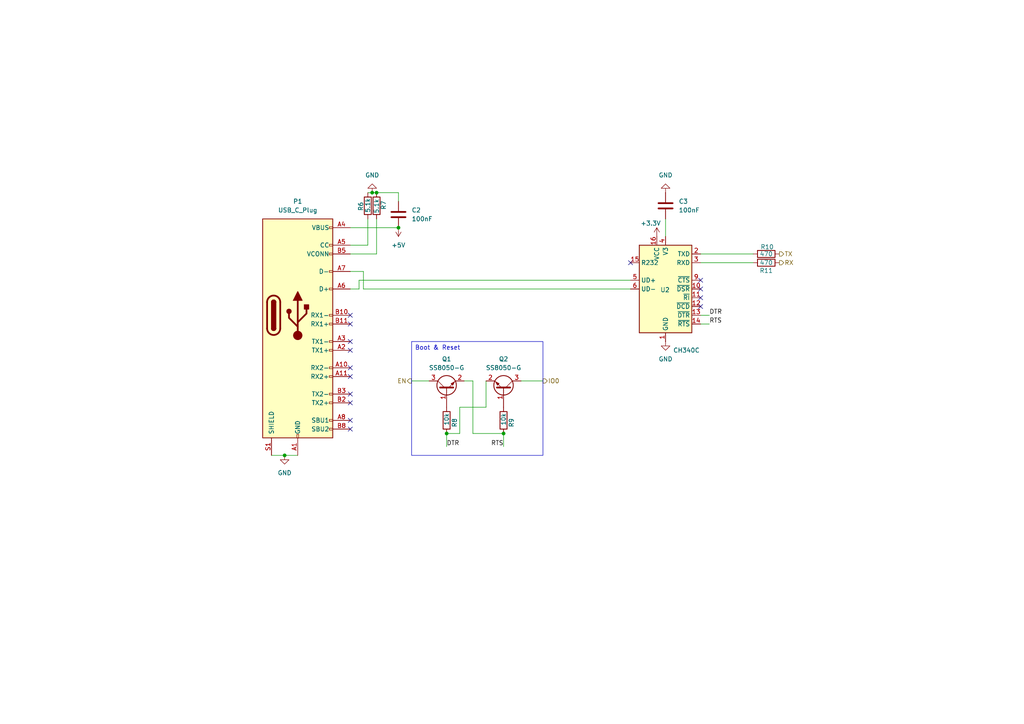
<source format=kicad_sch>
(kicad_sch (version 20231120) (generator "eeschema") (generator_version "8.0")
  (paper "A4")
  (title_block (title "USB-C Serial Port") (date "2024-10-07") (rev "v0.1") (company "DJ-Bauer") (comment 1 "Delivers 5V Power (up to 3A via USB-PD)") (comment 2 "Supports auto reset and boot mode"))
  (lib_symbols
    (symbol "Connector:USB_C_Plug" (pin_names (offset 1.016))
      (property "Reference" "P" (at -10.16 29.21 0))
      (property "Value" "USB_C_Plug" (at 10.16 29.21 0))
      (symbol "USB_C_Plug_0_0"
        (rectangle (start -0.254 -35.56) (end 0.254 -34.544))
        (rectangle (start 10.16 -32.766) (end 9.144 -33.274))
        (rectangle (start 10.16 -30.226) (end 9.144 -30.734))
        (rectangle (start 10.16 -25.146) (end 9.144 -25.654))
        (rectangle (start 10.16 -22.606) (end 9.144 -23.114))
        (rectangle (start 10.16 -17.526) (end 9.144 -18.034))
        (rectangle (start 10.16 -14.986) (end 9.144 -15.494))
        (rectangle (start 10.16 -9.906) (end 9.144 -10.414))
        (rectangle (start 10.16 -7.366) (end 9.144 -7.874))
        (rectangle (start 10.16 -2.286) (end 9.144 -2.794))
        (rectangle (start 10.16 0.254) (end 9.144 -0.254))
        (rectangle (start 10.16 7.874) (end 9.144 7.366))
        (rectangle (start 10.16 12.954) (end 9.144 12.446))
        (rectangle (start 10.16 18.034) (end 9.144 17.526))
        (rectangle (start 10.16 20.574) (end 9.144 20.066))
        (rectangle (start 10.16 25.654) (end 9.144 25.146))
      )
      (symbol "USB_C_Plug_0_1"
        (rectangle (start -10.16 27.94) (end 10.16 -35.56) (stroke (width 0.254)) (fill (type background)))
        (arc (start -8.89 -3.81) (mid -6.985 -5.7067) (end -5.08 -3.81) (stroke (width 0.508)))
        (arc (start -7.62 -3.81) (mid -6.985 -4.4423) (end -6.35 -3.81) (stroke (width 0.254)))
        (arc (start -7.62 -3.81) (mid -6.985 -4.4423) (end -6.35 -3.81) (stroke (width 0.254)) (fill (type outline)))
        (rectangle (start -7.62 -3.81) (end -6.35 3.81) (stroke (width 0.254)) (fill (type outline)))
        (arc (start -6.35 3.81) (mid -6.985 4.4423) (end -7.62 3.81) (stroke (width 0.254)))
        (arc (start -6.35 3.81) (mid -6.985 4.4423) (end -7.62 3.81) (stroke (width 0.254)) (fill (type outline)))
        (arc (start -5.08 3.81) (mid -6.985 5.7067) (end -8.89 3.81) (stroke (width 0.508)))
        (polyline (pts (xy -8.89 -3.81) (xy -8.89 3.81)) (stroke (width 0.508)))
        (polyline (pts (xy -5.08 3.81) (xy -5.08 -3.81)) (stroke (width 0.508)))
      )
      (symbol "USB_C_Plug_1_1"
        (circle (center -2.54 1.143) (radius 0.635) (stroke (width 0.254)) (fill (type outline)))
        (circle (center 0 -5.842) (radius 1.27) (fill (type outline)))
        (polyline (pts (xy 0 -5.842) (xy 0 4.318)) (stroke (width 0.508)))
        (polyline (pts (xy 0 -3.302) (xy -2.54 -0.762) (xy -2.54 0.508)) (stroke (width 0.508)))
        (polyline (pts (xy 0 -2.032) (xy 2.54 0.508) (xy 2.54 1.778)) (stroke (width 0.508)))
        (polyline (pts (xy -1.27 4.318) (xy 0 6.858) (xy 1.27 4.318) (xy -1.27 4.318)) (stroke (width 0.254)) (fill (type outline)))
        (rectangle (start 1.905 1.778) (end 3.175 3.048) (stroke (width 0.254)) (fill (type outline)))
        (pin passive line (at 0 -40.64 90) (length 5.08) (name "GND") (number "A1"))
        (pin bidirectional line (at 15.24 -15.24 180) (length 5.08) (name "RX2-") (number "A10"))
        (pin bidirectional line (at 15.24 -17.78 180) (length 5.08) (name "RX2+") (number "A11"))
        (pin passive line (at 0 -40.64 90) (length 5.08) hide (name "GND") (number "A12"))
        (pin bidirectional line (at 15.24 -10.16 180) (length 5.08) (name "TX1+") (number "A2"))
        (pin bidirectional line (at 15.24 -7.62 180) (length 5.08) (name "TX1-") (number "A3"))
        (pin passive line (at 15.24 25.4 180) (length 5.08) (name "VBUS") (number "A4"))
        (pin bidirectional line (at 15.24 20.32 180) (length 5.08) (name "CC") (number "A5"))
        (pin bidirectional line (at 15.24 7.62 180) (length 5.08) (name "D+") (number "A6"))
        (pin bidirectional line (at 15.24 12.7 180) (length 5.08) (name "D-") (number "A7"))
        (pin bidirectional line (at 15.24 -30.48 180) (length 5.08) (name "SBU1") (number "A8"))
        (pin passive line (at 15.24 25.4 180) (length 5.08) hide (name "VBUS") (number "A9"))
        (pin passive line (at 0 -40.64 90) (length 5.08) hide (name "GND") (number "B1"))
        (pin bidirectional line (at 15.24 0 180) (length 5.08) (name "RX1-") (number "B10"))
        (pin bidirectional line (at 15.24 -2.54 180) (length 5.08) (name "RX1+") (number "B11"))
        (pin passive line (at 0 -40.64 90) (length 5.08) hide (name "GND") (number "B12"))
        (pin bidirectional line (at 15.24 -25.4 180) (length 5.08) (name "TX2+") (number "B2"))
        (pin bidirectional line (at 15.24 -22.86 180) (length 5.08) (name "TX2-") (number "B3"))
        (pin passive line (at 15.24 25.4 180) (length 5.08) hide (name "VBUS") (number "B4"))
        (pin bidirectional line (at 15.24 17.78 180) (length 5.08) (name "VCONN") (number "B5"))
        (pin bidirectional line (at 15.24 -33.02 180) (length 5.08) (name "SBU2") (number "B8"))
        (pin passive line (at 15.24 25.4 180) (length 5.08) hide (name "VBUS") (number "B9"))
        (pin passive line (at -7.62 -40.64 90) (length 5.08) (name "SHIELD") (number "S1"))
      )
    )
    (symbol "Device:C" (pin_numbers hide) (pin_names (offset 0.254))
      (property "Reference" "C" (at 0.635 2.54 0))
      (property "Value" "C" (at 0.635 -2.54 0))
      (symbol "C_0_1"
        (polyline (pts (xy -2.032 -0.762) (xy 2.032 -0.762)) (stroke (width 0.508)))
        (polyline (pts (xy -2.032 0.762) (xy 2.032 0.762)) (stroke (width 0.508)))
      )
      (symbol "C_1_1"
        (pin passive line (at 0 3.81 270) (length 2.794) (name "~") (number "1"))
        (pin passive line (at 0 -3.81 90) (length 2.794) (name "~") (number "2"))
      )
    )
    (symbol "Device:R" (pin_numbers hide) (pin_names (offset 0))
      (property "Reference" "R" (at 2.032 0 90))
      (property "Value" "R" (at 0 0 90))
      (symbol "R_0_1"
        (rectangle (start -1.016 -2.54) (end 1.016 2.54) (stroke (width 0.254)))
      )
      (symbol "R_1_1"
        (pin passive line (at 0 3.81 270) (length 1.27) (name "~") (number "1"))
        (pin passive line (at 0 -3.81 90) (length 1.27) (name "~") (number "2"))
      )
    )
    (symbol "Interface_USB:CH340C"
      (property "Reference" "U" (at -5.08 13.97 0))
      (property "Value" "CH340C" (at 1.27 13.97 0))
      (symbol "CH340C_0_1"
        (rectangle (start -7.62 12.7) (end 7.62 -12.7) (stroke (width 0.254)) (fill (type background)))
      )
      (symbol "CH340C_1_1"
        (pin power_in line (at 0 -15.24 90) (length 2.54) (name "GND") (number "1"))
        (pin input line (at 10.16 0 180) (length 2.54) (name "~{DSR}") (number "10"))
        (pin input line (at 10.16 -2.54 180) (length 2.54) (name "~{RI}") (number "11"))
        (pin input line (at 10.16 -5.08 180) (length 2.54) (name "~{DCD}") (number "12"))
        (pin output line (at 10.16 -7.62 180) (length 2.54) (name "~{DTR}") (number "13"))
        (pin output line (at 10.16 -10.16 180) (length 2.54) (name "~{RTS}") (number "14"))
        (pin input line (at -10.16 7.62 0) (length 2.54) (name "R232") (number "15"))
        (pin power_in line (at -2.54 15.24 270) (length 2.54) (name "VCC") (number "16"))
        (pin output line (at 10.16 10.16 180) (length 2.54) (name "TXD") (number "2"))
        (pin input line (at 10.16 7.62 180) (length 2.54) (name "RXD") (number "3"))
        (pin power_out line (at 0 15.24 270) (length 2.54) (name "V3") (number "4"))
        (pin bidirectional line (at -10.16 2.54 0) (length 2.54) (name "UD+") (number "5"))
        (pin bidirectional line (at -10.16 0 0) (length 2.54) (name "UD-") (number "6"))
        (pin no_connect line (at -7.62 -5.08 0) (length 2.54) hide (name "NC") (number "7"))
        (pin no_connect line (at -7.62 -7.62 0) (length 2.54) hide (name "NC") (number "8"))
        (pin input line (at 10.16 2.54 180) (length 2.54) (name "~{CTS}") (number "9"))
      )
    )
    (symbol "Transistor_BJT:BC817" (pin_names (offset 0) hide)
      (property "Reference" "Q" (at 5.08 1.905 0))
      (property "Value" "BC817" (at 5.08 0 0))
      (symbol "BC817_0_1"
        (polyline (pts (xy 0.635 0.635) (xy 2.54 2.54)))
        (polyline (pts (xy 0.635 -0.635) (xy 2.54 -2.54) (xy 2.54 -2.54)))
        (polyline (pts (xy 0.635 1.905) (xy 0.635 -1.905) (xy 0.635 -1.905)) (stroke (width 0.508)))
        (polyline (pts (xy 1.27 -1.778) (xy 1.778 -1.27) (xy 2.286 -2.286) (xy 1.27 -1.778) (xy 1.27 -1.778)) (fill (type outline)))
        (circle (center 1.27 0) (radius 2.8194) (stroke (width 0.254)))
      )
      (symbol "BC817_1_1"
        (pin input line (at -5.08 0 0) (length 5.715) (name "B") (number "1"))
        (pin passive line (at 2.54 -5.08 90) (length 2.54) (name "E") (number "2"))
        (pin passive line (at 2.54 5.08 270) (length 2.54) (name "C") (number "3"))
      )
    )
    (symbol "power:+3.3V" (power) (pin_numbers hide) (pin_names (offset 0) hide)
      (property "Value" "+3.3V" (at 0 3.556 0))
      (symbol "+3.3V_0_1"
        (polyline (pts (xy -0.762 1.27) (xy 0 2.54)))
        (polyline (pts (xy 0 0) (xy 0 2.54)))
        (polyline (pts (xy 0 2.54) (xy 0.762 1.27)))
      )
      (symbol "+3.3V_1_1"
        (pin power_in line (at 0 0 90) (length 0) (name "~") (number "1"))
      )
    )
    (symbol "power:+5V" (power) (pin_numbers hide) (pin_names (offset 0) hide)
      (property "Value" "+5V" (at 0 3.556 0))
      (symbol "+5V_0_1"
        (polyline (pts (xy -0.762 1.27) (xy 0 2.54)))
        (polyline (pts (xy 0 0) (xy 0 2.54)))
        (polyline (pts (xy 0 2.54) (xy 0.762 1.27)))
      )
      (symbol "+5V_1_1"
        (pin power_in line (at 0 0 90) (length 0) (name "~") (number "1"))
      )
    )
    (symbol "power:GND" (power) (pin_numbers hide) (pin_names (offset 0) hide)
      (property "Value" "GND" (at 0 -3.81 0))
      (symbol "GND_0_1"
        (polyline (pts (xy 0 0) (xy 0 -1.27) (xy 1.27 -1.27) (xy 0 -2.54) (xy -1.27 -1.27) (xy 0 -1.27)))
      )
      (symbol "GND_1_1"
        (pin power_in line (at 0 0 270) (length 0) (name "~") (number "1"))
      )
    )
  )
  (junction (at 146.05 125.73))
  (junction (at 115.57 66.04))
  (junction (at 109.22 55.88))
  (junction (at 82.55 132.08))
  (junction (at 129.54 125.73))
  (junction (at 107.95 55.88))
  (no_connect (at 203.2 88.9))
  (no_connect (at 101.6 116.84))
  (no_connect (at 101.6 106.68))
  (no_connect (at 101.6 99.06))
  (no_connect (at 101.6 124.46))
  (no_connect (at 101.6 109.22))
  (no_connect (at 101.6 121.92))
  (no_connect (at 101.6 101.6))
  (no_connect (at 182.88 76.2))
  (no_connect (at 101.6 114.3))
  (no_connect (at 101.6 91.44))
  (no_connect (at 101.6 93.98))
  (no_connect (at 203.2 81.28))
  (no_connect (at 203.2 86.36))
  (no_connect (at 203.2 83.82))
  (wire (pts (xy 137.16 110.49) (xy 137.16 125.73)))
  (wire (pts (xy 104.14 81.28) (xy 104.14 83.82)))
  (wire (pts (xy 151.13 110.49) (xy 157.48 110.49)))
  (wire (pts (xy 119.38 110.49) (xy 124.46 110.49)))
  (wire (pts (xy 203.2 91.44) (xy 205.74 91.44)))
  (wire (pts (xy 106.68 71.12) (xy 106.68 63.5)))
  (wire (pts (xy 129.54 129.54) (xy 129.54 125.73)))
  (wire (pts (xy 104.14 83.82) (xy 101.6 83.82)))
  (wire (pts (xy 203.2 76.2) (xy 218.44 76.2)))
  (wire (pts (xy 133.35 118.11) (xy 140.97 118.11)))
  (wire (pts (xy 101.6 71.12) (xy 106.68 71.12)))
  (wire (pts (xy 109.22 73.66) (xy 109.22 63.5)))
  (wire (pts (xy 106.68 55.88) (xy 107.95 55.88)))
  (wire (pts (xy 82.55 132.08) (xy 86.36 132.08)))
  (wire (pts (xy 182.88 83.82) (xy 105.41 83.82)))
  (wire (pts (xy 101.6 66.04) (xy 115.57 66.04)))
  (wire (pts (xy 140.97 118.11) (xy 140.97 110.49)))
  (wire (pts (xy 78.74 132.08) (xy 82.55 132.08)))
  (wire (pts (xy 193.04 63.5) (xy 193.04 68.58)))
  (wire (pts (xy 129.54 125.73) (xy 133.35 125.73)))
  (wire (pts (xy 107.95 55.88) (xy 109.22 55.88)))
  (wire (pts (xy 105.41 83.82) (xy 105.41 78.74)))
  (wire (pts (xy 146.05 125.73) (xy 146.05 129.54)))
  (wire (pts (xy 115.57 58.42) (xy 115.57 55.88)))
  (wire (pts (xy 203.2 93.98) (xy 205.74 93.98)))
  (wire (pts (xy 105.41 78.74) (xy 101.6 78.74)))
  (wire (pts (xy 133.35 125.73) (xy 133.35 118.11)))
  (wire (pts (xy 134.62 110.49) (xy 137.16 110.49)))
  (wire (pts (xy 137.16 125.73) (xy 146.05 125.73)))
  (wire (pts (xy 203.2 73.66) (xy 218.44 73.66)))
  (wire (pts (xy 115.57 55.88) (xy 109.22 55.88)))
  (wire (pts (xy 101.6 73.66) (xy 109.22 73.66)))
  (wire (pts (xy 104.14 81.28) (xy 182.88 81.28)))
  (text_box "Boot & Reset" (at 119.38 99.06 0) (size 38.1 33.02) (effects (font (size 1.27 1.27)) (justify left top)))
  (label "DTR" (at 129.54 129.54 0))
  (label "DTR" (at 205.74 91.44 0))
  (label "RTS" (at 205.74 93.98 0))
  (label "RTS" (at 146.05 129.54 180))
  (hierarchical_label "TX" (shape output) (at 226.06 73.66 0))
  (hierarchical_label "IO0" (shape output) (at 157.48 110.49 0))
  (hierarchical_label "EN" (shape output) (at 119.38 110.49 180))
  (hierarchical_label "RX" (shape output) (at 226.06 76.2 0))
  (symbol (lib_id "Device:C") (at 115.57 62.23 0) (unit 1)
    (property "Reference" "C2" (at 119.38 60.9599 0) (effects (justify left)))
    (property "Value" "100nF" (at 119.38 63.4999 0) (effects (justify left)))
    (property "Footprint" "Capacitor_SMD:C_0805_2012Metric" (effects (hide yes)))
    (property "Description" "Unpolarized capacitor" (effects (hide yes)))
    (property "LCSC Part #" "C1525" (effects (hide yes)))
  )
  (symbol (lib_id "Device:R") (at 222.25 76.2 270) (unit 1)
    (property "Reference" "R11" (at 222.25 78.486 90))
    (property "Value" "470" (at 222.25 76.2 90))
    (property "Footprint" "Resistor_SMD:R_0805_2012Metric" (effects (hide yes)))
    (property "Description" "Resistor" (effects (hide yes)))
    (property "LCSC Part #" "C17710" (effects (hide yes)))
  )
  (symbol (lib_id "power:GND") (at 82.55 132.08 0) (unit 1)
    (property "Reference" "#PWR016" (effects (hide yes)))
    (property "Value" "GND" (at 82.55 137.16 0))
    (property "Description" "Power symbol creates a global label with name \"GND\" , ground" (effects (hide yes)))
  )
  (symbol (lib_id "Interface_USB:CH340C") (at 193.04 83.82 0) (unit 1)
    (property "Reference" "U2" (at 191.516 84.074 0) (effects (justify left)))
    (property "Value" "CH340C" (at 195.2341 101.6 0) (effects (justify left)))
    (property "Footprint" "Package_SO:SOIC-16_3.9x9.9mm_P1.27mm" (effects (hide yes)))
    (property "Datasheet" "https://datasheet.lcsc.com/szlcsc/Jiangsu-Qin-Heng-CH340C_C84681.pdf" (effects (hide yes)))
    (property "Description" "USB serial converter, crystal-less, UART, SOIC-16" (effects (hide yes)))
    (property "LCSC Part #" "C84681" (effects (hide yes)))
  )
  (symbol (lib_id "power:GND") (at 193.04 55.88 180) (unit 1)
    (property "Reference" "#PWR020" (effects (hide yes)))
    (property "Value" "GND" (at 193.04 50.8 0))
    (property "Description" "Power symbol creates a global label with name \"GND\" , ground" (effects (hide yes)))
  )
  (symbol (lib_id "Device:C") (at 193.04 59.69 0) (unit 1)
    (property "Reference" "C3" (at 196.85 58.4199 0) (effects (justify left)))
    (property "Value" "100nF" (at 196.85 60.9599 0) (effects (justify left)))
    (property "Footprint" "Capacitor_SMD:C_0805_2012Metric" (effects (hide yes)))
    (property "Description" "Unpolarized capacitor" (effects (hide yes)))
    (property "LCSC Part #" "C1525" (effects (hide yes)))
  )
  (symbol (lib_id "Device:R") (at 129.54 121.92 180) (unit 1)
    (property "Reference" "R8" (at 131.826 123.952 90) (effects (justify right)))
    (property "Value" "10k" (at 129.54 123.444 90) (effects (justify right)))
    (property "Footprint" "Resistor_SMD:R_0805_2012Metric" (effects (hide yes)))
    (property "Description" "Resistor" (effects (hide yes)))
  )
  (symbol (lib_id "Device:R") (at 106.68 59.69 0) (unit 1)
    (property "Reference" "R6" (at 104.648 61.214 90) (effects (justify left)))
    (property "Value" "5.1k" (at 106.68 61.722 90) (effects (justify left)))
    (property "Footprint" "Resistor_SMD:R_0805_2012Metric" (effects (hide yes)))
    (property "Description" "Resistor" (effects (hide yes)))
    (property "LCSC Part #" "C27834" (effects (hide yes)))
  )
  (symbol (lib_id "power:GND") (at 107.95 55.88 180) (unit 1)
    (property "Reference" "#PWR017" (effects (hide yes)))
    (property "Value" "GND" (at 107.95 50.8 0))
    (property "Description" "Power symbol creates a global label with name \"GND\" , ground" (effects (hide yes)))
  )
  (symbol (lib_id "Device:R") (at 109.22 59.69 180) (unit 1)
    (property "Reference" "R7" (at 111.252 58.166 90) (effects (justify left)))
    (property "Value" "5.1k" (at 109.22 57.658 90) (effects (justify left)))
    (property "Footprint" "Resistor_SMD:R_0805_2012Metric" (effects (hide yes)))
    (property "Description" "Resistor" (effects (hide yes)))
    (property "LCSC Part #" "C27834" (effects (hide yes)))
  )
  (symbol (lib_id "power:+5V") (at 115.57 66.04 180) (unit 1)
    (property "Reference" "#PWR018" (effects (hide yes)))
    (property "Value" "+5V" (at 115.57 71.12 0))
    (property "Description" "Power symbol creates a global label with name \"+5V\"" (effects (hide yes)))
  )
  (symbol (lib_id "Device:R") (at 146.05 121.92 180) (unit 1)
    (property "Reference" "R9" (at 148.336 123.952 90) (effects (justify right)))
    (property "Value" "10k" (at 146.05 123.444 90) (effects (justify right)))
    (property "Footprint" "Resistor_SMD:R_0805_2012Metric" (effects (hide yes)))
    (property "Description" "Resistor" (effects (hide yes)))
  )
  (symbol (lib_id "Transistor_BJT:BC817") (at 146.05 113.03 270) (mirror x) (unit 1)
    (property "Reference" "Q2" (at 146.05 104.14 90))
    (property "Value" "SS8050-G" (at 146.05 106.68 90))
    (property "Footprint" "Package_TO_SOT_SMD:SOT-23" (effects (hide yes)))
    (property "Datasheet" "https://www.onsemi.com/pub/Collateral/BC818-D.pdf" (effects (hide yes)))
    (property "Description" "0.8A Ic, 45V Vce, NPN Transistor, SOT-23" (effects (hide yes)))
    (property "LCSC Part #" "C2150" (effects (hide yes)))
  )
  (symbol (lib_id "Device:R") (at 222.25 73.66 90) (unit 1)
    (property "Reference" "R10" (at 222.504 71.628 90))
    (property "Value" "470" (at 222.25 73.66 90))
    (property "Footprint" "Resistor_SMD:R_0805_2012Metric" (effects (hide yes)))
    (property "Description" "Resistor" (effects (hide yes)))
    (property "LCSC Part #" "C17710" (effects (hide yes)))
  )
  (symbol (lib_id "Transistor_BJT:BC817") (at 129.54 113.03 90) (unit 1)
    (property "Reference" "Q1" (at 129.54 104.14 90))
    (property "Value" "SS8050-G" (at 129.54 106.68 90))
    (property "Footprint" "Package_TO_SOT_SMD:SOT-23" (effects (hide yes)))
    (property "Datasheet" "https://www.onsemi.com/pub/Collateral/BC818-D.pdf" (effects (hide yes)))
    (property "Description" "0.8A Ic, 45V Vce, NPN Transistor, SOT-23" (effects (hide yes)))
    (property "LCSC Part #" "C2150" (effects (hide yes)))
  )
  (symbol (lib_id "Connector:USB_C_Plug") (at 86.36 91.44 0) (unit 1)
    (property "Reference" "P1" (at 86.36 58.42 0))
    (property "Value" "USB_C_Plug" (at 86.36 60.96 0))
    (property "Datasheet" "https://www.usb.org/sites/default/files/documents/usb_type-c.zip" (effects (hide yes)))
    (property "Description" "USB Type-C Plug connector" (effects (hide yes)))
    (property "LCSC Part #" "C456012" (effects (hide yes)))
  )
  (symbol (lib_id "power:+3.3V") (at 190.5 68.58 0) (unit 1)
    (property "Reference" "#PWR019" (effects (hide yes)))
    (property "Value" "+3.3V" (at 188.722 64.77 0))
    (property "Description" "Power symbol creates a global label with name \"+3.3V\"" (effects (hide yes)))
  )
  (symbol (lib_id "power:GND") (at 193.04 99.06 0) (unit 1)
    (property "Reference" "#PWR021" (effects (hide yes)))
    (property "Value" "GND" (at 193.04 104.14 0))
    (property "Description" "Power symbol creates a global label with name \"GND\" , ground" (effects (hide yes)))
  )
)
</source>
